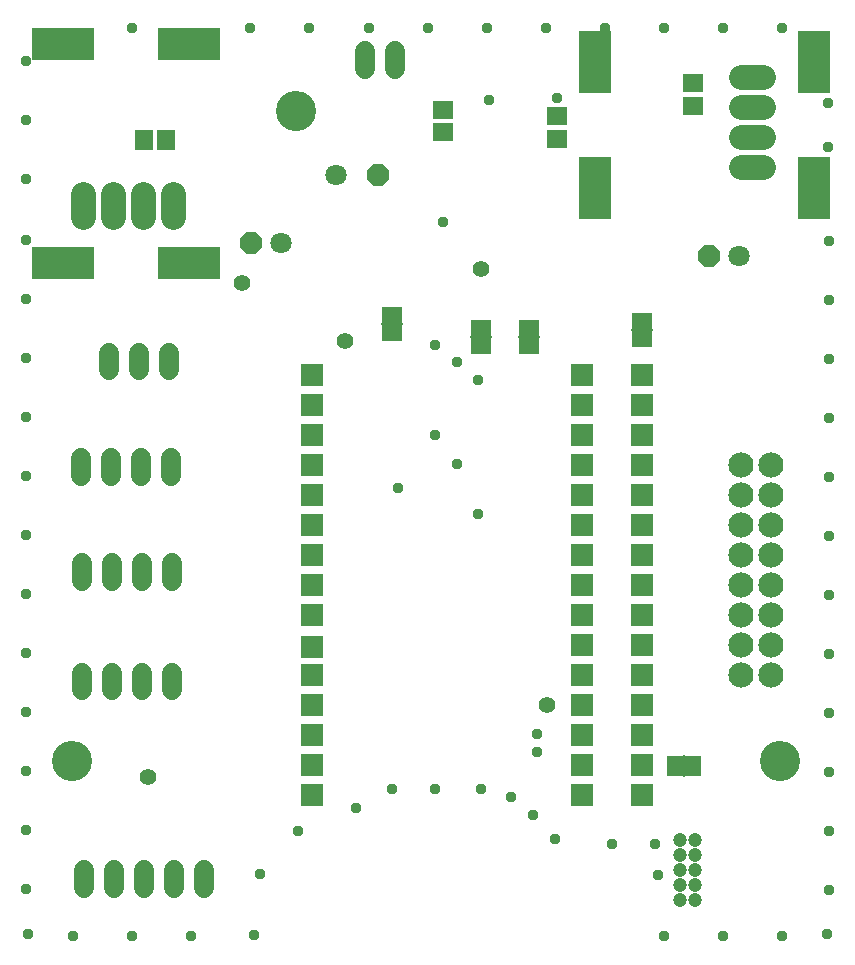
<source format=gbr>
G04 EAGLE Gerber RS-274X export*
G75*
%MOMM*%
%FSLAX36Y36*%
%LPD*%
%INSoldermask Bottom*%
%IPPOS*%
%AMOC8*
5,1,8,0,0,1.08239X$1,22.5*%
G01*
%ADD10R,1.981200X1.981200*%
%ADD11C,1.703200*%
%ADD12R,1.703200X1.503200*%
%ADD13R,1.503200X1.703200*%
%ADD14R,1.803400X1.371600*%
%ADD15R,1.828800X0.152400*%
%ADD16R,2.743200X2.743200*%
%ADD17C,3.403200*%
%ADD18C,2.133600*%
%ADD19C,1.203200*%
%ADD20C,2.133600*%
%ADD21P,1.951982X8X202.500000*%
%ADD22C,1.803400*%
%ADD23P,1.951982X8X22.500000*%
%ADD24R,1.371600X1.803400*%
%ADD25R,0.152400X1.828800*%
%ADD26C,0.953200*%
%ADD27C,1.403200*%


D10*
X25200000Y25540000D03*
X53140000Y48500000D03*
X25200000Y43420000D03*
X25200000Y40880000D03*
X25200000Y38340000D03*
X25200000Y35800000D03*
X25200000Y33260000D03*
X25200000Y30720000D03*
X25200000Y28180000D03*
X25200000Y48500000D03*
X25200000Y23100000D03*
X25200000Y18020000D03*
X53140000Y35800000D03*
X25200000Y15480000D03*
X25200000Y12940000D03*
X53140000Y12940000D03*
X53140000Y43420000D03*
X53140000Y40880000D03*
X53140000Y38340000D03*
X25200000Y45960000D03*
X53140000Y33260000D03*
X53140000Y30720000D03*
X53140000Y28180000D03*
X53140000Y25640000D03*
X53140000Y23100000D03*
X53140000Y20560000D03*
X53140000Y18020000D03*
X53140000Y45960000D03*
X53140000Y15480000D03*
X25200000Y20560000D03*
X48060000Y45960000D03*
X48060000Y43420000D03*
X48060000Y48500000D03*
X48060000Y40880000D03*
X48060000Y38340000D03*
X48060000Y35800000D03*
X48060000Y33260000D03*
X48060000Y30720000D03*
X48060000Y28180000D03*
X48060000Y25640000D03*
X48060000Y23100000D03*
X48060000Y20560000D03*
X48060000Y18020000D03*
X48060000Y15480000D03*
X48060000Y12940000D03*
D11*
X32230000Y74420000D02*
X32230000Y75920000D01*
X29690000Y75920000D02*
X29690000Y74420000D01*
X10840000Y23320000D02*
X10840000Y21820000D01*
X8300000Y21820000D02*
X8300000Y23320000D01*
X5760000Y23320000D02*
X5760000Y21820000D01*
X13380000Y21820000D02*
X13380000Y23320000D01*
X10800000Y31120000D02*
X10800000Y32620000D01*
X8260000Y32620000D02*
X8260000Y31120000D01*
X5720000Y31120000D02*
X5720000Y32620000D01*
X13340000Y32620000D02*
X13340000Y31120000D01*
X10980000Y6610000D02*
X10980000Y5110000D01*
X8440000Y5110000D02*
X8440000Y6610000D01*
X5900000Y6610000D02*
X5900000Y5110000D01*
X13520000Y5110000D02*
X13520000Y6610000D01*
X16060000Y6610000D02*
X16060000Y5110000D01*
X10760000Y40020000D02*
X10760000Y41520000D01*
X8220000Y41520000D02*
X8220000Y40020000D01*
X5680000Y40020000D02*
X5680000Y41520000D01*
X13300000Y41520000D02*
X13300000Y40020000D01*
D12*
X57460000Y73240000D03*
X57460000Y71340000D03*
D13*
X12890000Y68440000D03*
X10990000Y68440000D03*
D14*
X39500000Y52482000D03*
X39500000Y50958000D03*
D15*
X39500000Y51720000D03*
D14*
X31990000Y53632000D03*
X31990000Y52108000D03*
D15*
X31990000Y52870000D03*
D14*
X53120000Y53072000D03*
X53120000Y51548000D03*
D15*
X53120000Y52310000D03*
D16*
X49158000Y76316000D03*
X49158000Y73776000D03*
X49158000Y65648000D03*
X49158000Y63108000D03*
X67700000Y63108000D03*
X67700000Y65648000D03*
X67700000Y73776000D03*
X67700000Y76316000D03*
X16096000Y76582000D03*
X13556000Y76582000D03*
X5428000Y76582000D03*
X2888000Y76582000D03*
X2888000Y58040000D03*
X5428000Y58040000D03*
X13556000Y58040000D03*
X16096000Y58040000D03*
D17*
X64880000Y15840000D03*
X4880000Y15840000D03*
X23880000Y70840000D03*
D18*
X61494800Y73720000D02*
X63425200Y73720000D01*
X63425200Y71180000D02*
X61494800Y71180000D01*
X61494800Y68640000D02*
X63425200Y68640000D01*
X63425200Y66100000D02*
X61494800Y66100000D01*
X13420000Y63835200D02*
X13420000Y61904800D01*
X10880000Y61904800D02*
X10880000Y63835200D01*
X8340000Y63835200D02*
X8340000Y61904800D01*
X5800000Y61904800D02*
X5800000Y63835200D01*
D11*
X13080000Y50420000D02*
X13080000Y48920000D01*
X10540000Y48920000D02*
X10540000Y50420000D01*
X8000000Y50420000D02*
X8000000Y48920000D01*
D19*
X57620000Y4080000D03*
X56350000Y4080000D03*
X57620000Y5350000D03*
X56350000Y5350000D03*
X57620000Y6620000D03*
X56350000Y6620000D03*
X57620000Y7890000D03*
X56350000Y7890000D03*
X57620000Y9160000D03*
X56350000Y9160000D03*
D20*
X61530000Y23110000D03*
X64070000Y23110000D03*
X61530000Y25650000D03*
X64070000Y25650000D03*
X61530000Y28190000D03*
X64070000Y28190000D03*
X61530000Y30730000D03*
X64070000Y30730000D03*
X61530000Y33270000D03*
X64070000Y33270000D03*
X61530000Y35810000D03*
X64070000Y35810000D03*
X61530000Y38350000D03*
X64070000Y38350000D03*
X61530000Y40890000D03*
X64070000Y40890000D03*
D21*
X58830000Y58600000D03*
D22*
X61370000Y58600000D03*
D21*
X20030000Y59700000D03*
D22*
X22570000Y59700000D03*
D23*
X30778000Y65500000D03*
D22*
X27222000Y65500000D03*
D14*
X43560000Y52512000D03*
X43560000Y50988000D03*
D15*
X43560000Y51750000D03*
D24*
X57462000Y15390000D03*
X55938000Y15390000D03*
D25*
X56700000Y15390000D03*
D12*
X36270000Y69070000D03*
X36270000Y70970000D03*
X45990000Y68530000D03*
X45990000Y70430000D03*
D26*
X1000000Y70100000D03*
X1000000Y65100000D03*
X1000000Y60000000D03*
X1000000Y55000000D03*
X1000000Y50000000D03*
X1000000Y45000000D03*
X1000000Y40000000D03*
X1000000Y35000000D03*
X1000000Y30000000D03*
X1000000Y25000000D03*
X1000000Y20000000D03*
X1000000Y15000000D03*
X1000000Y10000000D03*
X1000000Y5000000D03*
X1200000Y1200000D03*
X1000000Y75100000D03*
X5000000Y1000000D03*
X10000000Y1000000D03*
X15000000Y1000000D03*
X20270000Y1090000D03*
X42100000Y12790000D03*
X43950000Y11260000D03*
X45800000Y9280000D03*
X50620000Y8830000D03*
X54270000Y8830000D03*
X54500000Y6220000D03*
X55000000Y1000000D03*
X60000000Y1000000D03*
X65000000Y1000000D03*
X10000000Y77900000D03*
X20000000Y77900000D03*
X25000000Y77900000D03*
X30000000Y77900000D03*
X35000000Y77900000D03*
X40000000Y77900000D03*
X45000000Y77900000D03*
X50000000Y77900000D03*
X55000000Y77900000D03*
X60000000Y77900000D03*
X65000000Y77900000D03*
X68900000Y71600000D03*
X68900000Y67800000D03*
X69000000Y59900000D03*
X69000000Y54900000D03*
X69000000Y49900000D03*
X69000000Y44900000D03*
X69000000Y39900000D03*
X69000000Y34900000D03*
X69000000Y29900000D03*
X69000000Y24900000D03*
X69000000Y19900000D03*
X69000000Y14900000D03*
X69000000Y9900000D03*
X69000000Y4900000D03*
X68800000Y1200000D03*
X20810000Y6310000D03*
X24050000Y9910000D03*
X28910000Y11890000D03*
X31970000Y13510000D03*
X35660000Y13510000D03*
X39530000Y13510000D03*
D27*
X28020000Y51440000D03*
X39500000Y57500000D03*
X19280000Y56300000D03*
X11340000Y14490000D03*
D26*
X36270000Y61470000D03*
X32500000Y39000000D03*
X44240000Y18100000D03*
X44270000Y16570000D03*
X39290000Y36780000D03*
X39280000Y48110000D03*
X37450000Y40980000D03*
X37450000Y49600000D03*
X35630000Y43490000D03*
X35610000Y51110000D03*
D27*
X45140000Y20600000D03*
D26*
X40230000Y71820000D03*
X45990000Y72000000D03*
M02*

</source>
